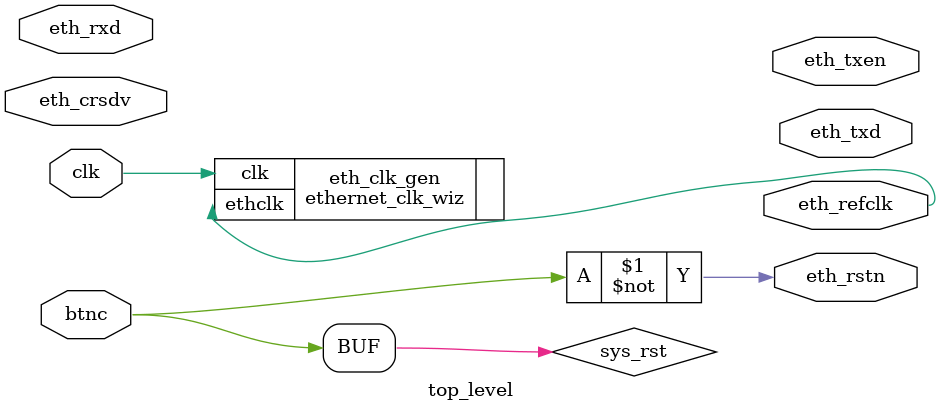
<source format=sv>
`default_nettype none

module top_level(
    input wire clk, //clock @ 100 mhz
    input wire btnc, //btnc (used for reset)
    input wire eth_crsdv,
    input wire [1:0] eth_rxd,

    output logic eth_rstn,
    output logic eth_refclk,
    output logic eth_txen,
    output logic [1:0] eth_txd
    );

    //system reset switch linking
    logic sys_rst; //global system reset
    assign sys_rst = btnc; //just done to make sys_rst more obvious
    assign eth_rstn = ~btnc;

    // Generating 50 mhz ethernet clk and 65 mhz camera clk
    ethernet_clk_wiz eth_clk_gen(
        .clk(clk),
        .ethclk(eth_refclk));

    logic clk_65mhz;
    camera_clk_wiz camera_clk_gen(
        .clk(clk_100mhz),
        .clk_out1(clk_65mhz)
    );

    

endmodule

`timescale 1ns / 1ps
`default_nettype wire
</source>
